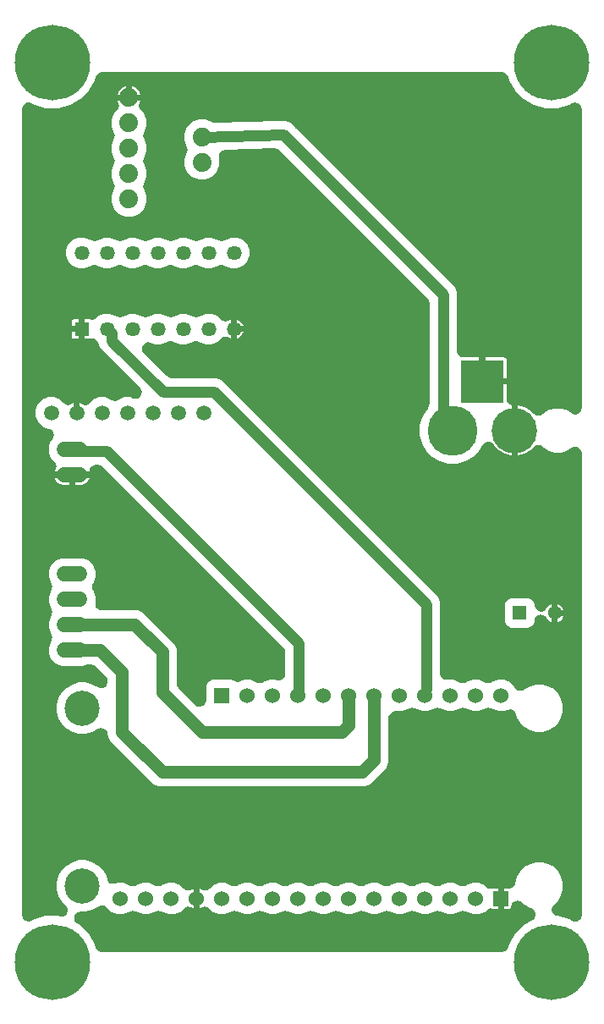
<source format=gbr>
G04 EAGLE Gerber RS-274X export*
G75*
%MOMM*%
%FSLAX34Y34*%
%LPD*%
%INBottom Copper*%
%IPPOS*%
%AMOC8*
5,1,8,0,0,1.08239X$1,22.5*%
G01*
G04 Define Apertures*
%ADD10R,1.358000X1.358000*%
%ADD11C,1.358000*%
%ADD12C,1.508000*%
%ADD13R,4.340000X4.340000*%
%ADD14C,5.000000*%
%ADD15C,4.540000*%
%ADD16C,7.550000*%
%ADD17R,1.458000X1.458000*%
%ADD18C,1.458000*%
%ADD19C,1.879600*%
%ADD20R,1.530000X1.530000*%
%ADD21C,3.516000*%
%ADD22C,1.530000*%
%ADD23C,1.524000*%
%ADD24C,1.100000*%
%ADD25C,1.270000*%
G36*
X902787Y60503D02*
X900311Y60000D01*
X499689Y60000D01*
X496603Y60801D01*
X494683Y62444D01*
X493556Y64707D01*
X492752Y67708D01*
X486712Y78170D01*
X478170Y86712D01*
X475168Y88445D01*
X474072Y89244D01*
X472578Y91282D01*
X471996Y93742D01*
X472420Y96233D01*
X473782Y98362D01*
X475866Y99791D01*
X478343Y100294D01*
X483665Y100294D01*
X490203Y102046D01*
X496789Y105848D01*
X496829Y105780D01*
X497432Y106194D01*
X499900Y106736D01*
X502385Y106273D01*
X504492Y104877D01*
X509443Y99926D01*
X515242Y97524D01*
X521518Y97524D01*
X528160Y100275D01*
X528510Y100515D01*
X530979Y101057D01*
X533463Y100594D01*
X533853Y100336D01*
X540642Y97524D01*
X546918Y97524D01*
X553560Y100275D01*
X553910Y100515D01*
X556379Y101057D01*
X558863Y100594D01*
X559253Y100336D01*
X566042Y97524D01*
X572318Y97524D01*
X578118Y99926D01*
X581598Y103407D01*
X583565Y104744D01*
X586038Y105266D01*
X588518Y104783D01*
X591532Y103535D01*
X591532Y123069D01*
X588518Y121821D01*
X586190Y121338D01*
X583705Y121802D01*
X581598Y123197D01*
X578118Y126678D01*
X572318Y129080D01*
X566042Y129080D01*
X559400Y126329D01*
X559050Y126089D01*
X556581Y125547D01*
X554097Y126010D01*
X553707Y126268D01*
X546918Y129080D01*
X540642Y129080D01*
X534000Y126329D01*
X533650Y126089D01*
X531181Y125547D01*
X528697Y126010D01*
X528307Y126268D01*
X521518Y129080D01*
X515242Y129080D01*
X513676Y128432D01*
X510568Y127984D01*
X508159Y128749D01*
X506239Y130393D01*
X505112Y132655D01*
X504236Y135925D01*
X500852Y141787D01*
X496065Y146574D01*
X490203Y149958D01*
X483665Y151710D01*
X476895Y151710D01*
X470357Y149958D01*
X464495Y146574D01*
X459709Y141787D01*
X456324Y135925D01*
X454572Y129387D01*
X454572Y122617D01*
X456324Y116079D01*
X459709Y110217D01*
X463881Y106044D01*
X464732Y104988D01*
X465649Y102633D01*
X465574Y100107D01*
X464520Y97810D01*
X462653Y96106D01*
X460270Y95265D01*
X457748Y95420D01*
X456040Y95878D01*
X443960Y95878D01*
X432292Y92752D01*
X429525Y91154D01*
X426552Y90307D01*
X424061Y90730D01*
X421932Y92092D01*
X420503Y94177D01*
X420000Y96653D01*
X420000Y903347D01*
X420752Y906345D01*
X422365Y908291D01*
X424609Y909453D01*
X427129Y909649D01*
X429525Y908846D01*
X432292Y907249D01*
X443960Y904122D01*
X456040Y904122D01*
X467708Y907249D01*
X478170Y913288D01*
X486712Y921830D01*
X492752Y932292D01*
X493556Y935294D01*
X495128Y938068D01*
X497213Y939497D01*
X499689Y940000D01*
X900311Y940000D01*
X903398Y939199D01*
X905317Y937556D01*
X906444Y935294D01*
X907249Y932292D01*
X913288Y921830D01*
X921830Y913288D01*
X932292Y907249D01*
X943960Y904122D01*
X956040Y904122D01*
X967708Y907249D01*
X970475Y908846D01*
X973448Y909693D01*
X975939Y909270D01*
X978068Y907908D01*
X979497Y905823D01*
X980000Y903347D01*
X980000Y604043D01*
X979609Y601849D01*
X978281Y599698D01*
X976220Y598236D01*
X973751Y597694D01*
X971267Y598157D01*
X970142Y598903D01*
X970132Y598886D01*
X964392Y602201D01*
X958796Y603700D01*
X953004Y603700D01*
X947408Y602201D01*
X942392Y599304D01*
X941181Y598094D01*
X939261Y596777D01*
X936792Y596235D01*
X934308Y596698D01*
X932201Y598094D01*
X928398Y601897D01*
X922642Y605220D01*
X916223Y606940D01*
X915948Y606940D01*
X915948Y556460D01*
X916223Y556460D01*
X922642Y558180D01*
X928398Y561503D01*
X932201Y565306D01*
X934121Y566623D01*
X936590Y567165D01*
X939074Y566702D01*
X941181Y565306D01*
X942392Y564096D01*
X947408Y561199D01*
X953004Y559700D01*
X958796Y559700D01*
X964392Y561199D01*
X970035Y564457D01*
X970988Y565122D01*
X973448Y565704D01*
X975939Y565280D01*
X978068Y563918D01*
X979497Y561834D01*
X980000Y559357D01*
X980000Y96653D01*
X979248Y93655D01*
X977635Y91709D01*
X975391Y90547D01*
X972871Y90351D01*
X970475Y91154D01*
X967708Y92752D01*
X955716Y95965D01*
X954009Y96269D01*
X951858Y97597D01*
X950396Y99658D01*
X949854Y102127D01*
X950317Y104611D01*
X951713Y106718D01*
X956445Y111450D01*
X959565Y116854D01*
X961180Y122882D01*
X961180Y129122D01*
X959565Y135150D01*
X956445Y140554D01*
X952032Y144967D01*
X946628Y148087D01*
X940600Y149702D01*
X934360Y149702D01*
X928332Y148087D01*
X922928Y144967D01*
X918515Y140554D01*
X915395Y135150D01*
X913564Y128315D01*
X913498Y128332D01*
X913353Y127553D01*
X911991Y125424D01*
X909907Y123995D01*
X907430Y123492D01*
X902428Y123492D01*
X902428Y103112D01*
X907535Y103112D01*
X908469Y103499D01*
X909183Y104213D01*
X909596Y105209D01*
X909961Y107259D01*
X911289Y109410D01*
X913350Y110872D01*
X915819Y111414D01*
X918303Y110951D01*
X920410Y109555D01*
X922928Y107037D01*
X928332Y103917D01*
X929438Y103621D01*
X931456Y102675D01*
X933190Y100836D01*
X934068Y98466D01*
X933953Y95942D01*
X932863Y93662D01*
X930969Y91988D01*
X921830Y86712D01*
X913288Y78170D01*
X907249Y67708D01*
X906444Y64707D01*
X904872Y61932D01*
X902787Y60503D01*
G37*
%LPC*%
G36*
X530015Y917681D02*
X538626Y917681D01*
X537088Y921395D01*
X533729Y924753D01*
X530015Y926292D01*
X530015Y917681D01*
G37*
G36*
X515308Y917681D02*
X523919Y917681D01*
X523919Y926292D01*
X520205Y924753D01*
X516847Y921395D01*
X515308Y917681D01*
G37*
G36*
X523481Y795507D02*
X530453Y795507D01*
X536895Y798175D01*
X541825Y803105D01*
X544493Y809547D01*
X544493Y816519D01*
X541683Y823303D01*
X541200Y825682D01*
X541683Y828163D01*
X544493Y834947D01*
X544493Y841919D01*
X541683Y848703D01*
X541200Y851082D01*
X541683Y853563D01*
X544493Y860347D01*
X544493Y867319D01*
X541683Y874103D01*
X541200Y876482D01*
X541683Y878963D01*
X544493Y885747D01*
X544493Y892719D01*
X541825Y899161D01*
X538924Y902061D01*
X537587Y904028D01*
X537065Y906501D01*
X537548Y908981D01*
X538626Y911585D01*
X515308Y911585D01*
X516386Y908981D01*
X516869Y906653D01*
X516406Y904168D01*
X515010Y902061D01*
X512109Y899161D01*
X509441Y892719D01*
X509441Y885747D01*
X512251Y878963D01*
X512734Y876584D01*
X512251Y874103D01*
X509441Y867319D01*
X509441Y860347D01*
X512251Y853563D01*
X512734Y851184D01*
X512251Y848703D01*
X509441Y841919D01*
X509441Y834947D01*
X512251Y828163D01*
X512734Y825784D01*
X512251Y823303D01*
X509441Y816519D01*
X509441Y809547D01*
X512109Y803105D01*
X517039Y798175D01*
X523481Y795507D01*
G37*
G36*
X846539Y548572D02*
X855261Y548572D01*
X863687Y550830D01*
X871241Y555191D01*
X877409Y561359D01*
X880955Y567501D01*
X883105Y569721D01*
X885475Y570600D01*
X888000Y570485D01*
X890279Y569394D01*
X891953Y567501D01*
X892703Y566202D01*
X897402Y561503D01*
X903158Y558180D01*
X909577Y556460D01*
X909852Y556460D01*
X909852Y607152D01*
X908701Y607367D01*
X906572Y608729D01*
X905143Y610813D01*
X904640Y613290D01*
X904640Y627652D01*
X877352Y627652D01*
X877352Y654940D01*
X861478Y654940D01*
X859189Y655367D01*
X857060Y656729D01*
X855631Y658813D01*
X855128Y661290D01*
X855128Y720211D01*
X853053Y725220D01*
X693515Y884758D01*
X693215Y885194D01*
X690842Y887434D01*
X690712Y887561D01*
X688854Y889419D01*
X686398Y890355D01*
X686229Y890422D01*
X683801Y891428D01*
X681174Y891353D01*
X680992Y891350D01*
X677729Y891350D01*
X677212Y891240D01*
X613409Y889417D01*
X610798Y889897D01*
X603486Y892926D01*
X596514Y892926D01*
X590072Y890258D01*
X585142Y885328D01*
X582474Y878886D01*
X582474Y871914D01*
X585284Y865130D01*
X585767Y862751D01*
X585284Y860270D01*
X582474Y853486D01*
X582474Y846514D01*
X585142Y840072D01*
X590072Y835142D01*
X596514Y832474D01*
X603486Y832474D01*
X609928Y835142D01*
X614858Y840072D01*
X617526Y846514D01*
X617526Y853486D01*
X617458Y853650D01*
X616986Y855697D01*
X617339Y858199D01*
X618639Y860366D01*
X620682Y861854D01*
X623143Y862428D01*
X673059Y863854D01*
X675624Y863392D01*
X677731Y861997D01*
X826012Y713715D01*
X827369Y711702D01*
X827872Y709225D01*
X827872Y608152D01*
X827408Y605769D01*
X826012Y603662D01*
X824391Y602041D01*
X820030Y594487D01*
X817772Y586061D01*
X817772Y577339D01*
X820030Y568913D01*
X824391Y561359D01*
X830559Y555191D01*
X838113Y550830D01*
X846539Y548572D01*
G37*
G36*
X476571Y743970D02*
X482705Y743970D01*
X488978Y746569D01*
X489768Y747110D01*
X492237Y747653D01*
X494721Y747189D01*
X495592Y746612D01*
X501971Y743970D01*
X508105Y743970D01*
X514378Y746569D01*
X515168Y747110D01*
X517637Y747653D01*
X520121Y747189D01*
X520992Y746612D01*
X527371Y743970D01*
X533505Y743970D01*
X539778Y746569D01*
X540568Y747110D01*
X543037Y747653D01*
X545521Y747189D01*
X546392Y746612D01*
X552771Y743970D01*
X558905Y743970D01*
X565178Y746569D01*
X565968Y747110D01*
X568437Y747653D01*
X570921Y747189D01*
X571792Y746612D01*
X578171Y743970D01*
X584305Y743970D01*
X590578Y746569D01*
X591368Y747110D01*
X593837Y747653D01*
X596321Y747189D01*
X597192Y746612D01*
X603571Y743970D01*
X609705Y743970D01*
X615978Y746569D01*
X616768Y747110D01*
X619237Y747653D01*
X621721Y747189D01*
X622592Y746612D01*
X628971Y743970D01*
X635105Y743970D01*
X640772Y746317D01*
X645109Y750654D01*
X647456Y756321D01*
X647456Y762455D01*
X645109Y768122D01*
X640772Y772459D01*
X635105Y774806D01*
X628971Y774806D01*
X622698Y772208D01*
X621908Y771666D01*
X619439Y771123D01*
X616955Y771587D01*
X616084Y772164D01*
X609705Y774806D01*
X603571Y774806D01*
X597298Y772208D01*
X596508Y771666D01*
X594039Y771123D01*
X591555Y771587D01*
X590684Y772164D01*
X584305Y774806D01*
X578171Y774806D01*
X571898Y772208D01*
X571108Y771666D01*
X568639Y771123D01*
X566155Y771587D01*
X565284Y772164D01*
X558905Y774806D01*
X552771Y774806D01*
X546498Y772208D01*
X545708Y771666D01*
X543239Y771123D01*
X540755Y771587D01*
X539884Y772164D01*
X533505Y774806D01*
X527371Y774806D01*
X521098Y772208D01*
X520308Y771666D01*
X517839Y771123D01*
X515355Y771587D01*
X514484Y772164D01*
X508105Y774806D01*
X501971Y774806D01*
X495698Y772208D01*
X494908Y771666D01*
X492439Y771123D01*
X489955Y771587D01*
X489084Y772164D01*
X482705Y774806D01*
X476571Y774806D01*
X470904Y772459D01*
X466567Y768122D01*
X464220Y762455D01*
X464220Y756321D01*
X466567Y750654D01*
X470904Y746317D01*
X476571Y743970D01*
G37*
G36*
X557120Y225522D02*
X762880Y225522D01*
X768201Y227726D01*
X784654Y244179D01*
X786858Y249500D01*
X786858Y294445D01*
X787267Y296687D01*
X788612Y298826D01*
X790685Y300272D01*
X793158Y300794D01*
X793519Y300724D01*
X800918Y300724D01*
X807560Y303475D01*
X807910Y303715D01*
X810379Y304257D01*
X812863Y303794D01*
X813253Y303536D01*
X820042Y300724D01*
X826318Y300724D01*
X832960Y303475D01*
X833310Y303715D01*
X835779Y304257D01*
X838263Y303794D01*
X838653Y303536D01*
X845442Y300724D01*
X851718Y300724D01*
X858360Y303475D01*
X858710Y303715D01*
X861179Y304257D01*
X863663Y303794D01*
X864053Y303536D01*
X870842Y300724D01*
X877118Y300724D01*
X883760Y303475D01*
X884110Y303715D01*
X886579Y304257D01*
X889063Y303794D01*
X889453Y303536D01*
X896242Y300724D01*
X902518Y300724D01*
X905955Y302148D01*
X909063Y302595D01*
X911472Y301830D01*
X913392Y300187D01*
X914519Y297924D01*
X915395Y294654D01*
X918515Y289250D01*
X922928Y284837D01*
X928332Y281717D01*
X934360Y280102D01*
X940600Y280102D01*
X946628Y281717D01*
X952032Y284837D01*
X956445Y289250D01*
X959565Y294654D01*
X961180Y300682D01*
X961180Y306922D01*
X959565Y312950D01*
X956445Y318354D01*
X952032Y322767D01*
X946628Y325887D01*
X940600Y327502D01*
X934360Y327502D01*
X928332Y325887D01*
X922204Y322349D01*
X922199Y322358D01*
X921364Y321781D01*
X918900Y321219D01*
X916412Y321662D01*
X914294Y323041D01*
X912881Y325137D01*
X912756Y325440D01*
X908318Y329878D01*
X902518Y332280D01*
X896242Y332280D01*
X889600Y329529D01*
X889250Y329289D01*
X886781Y328747D01*
X884297Y329210D01*
X883907Y329468D01*
X877118Y332280D01*
X870842Y332280D01*
X864200Y329529D01*
X863850Y329289D01*
X861381Y328747D01*
X858897Y329210D01*
X858507Y329468D01*
X851718Y332280D01*
X844478Y332280D01*
X842189Y332707D01*
X840060Y334069D01*
X838631Y336153D01*
X838128Y338630D01*
X838128Y410711D01*
X836053Y415720D01*
X619720Y632053D01*
X614711Y634128D01*
X569275Y634128D01*
X566892Y634592D01*
X564785Y635988D01*
X541598Y659175D01*
X540344Y660957D01*
X539743Y663412D01*
X540147Y665907D01*
X541492Y668046D01*
X543565Y669492D01*
X546038Y670015D01*
X548518Y669532D01*
X552771Y667770D01*
X558905Y667770D01*
X565178Y670369D01*
X565968Y670910D01*
X568437Y671453D01*
X570921Y670989D01*
X571792Y670412D01*
X578171Y667770D01*
X584305Y667770D01*
X590578Y670369D01*
X591368Y670910D01*
X593837Y671453D01*
X596321Y670989D01*
X597192Y670412D01*
X603571Y667770D01*
X609705Y667770D01*
X615372Y670117D01*
X618972Y673717D01*
X620939Y675054D01*
X623411Y675577D01*
X625892Y675094D01*
X628990Y673811D01*
X628990Y692565D01*
X625892Y691282D01*
X623563Y690800D01*
X621079Y691263D01*
X618972Y692659D01*
X615372Y696259D01*
X609705Y698606D01*
X603571Y698606D01*
X597298Y696008D01*
X596508Y695466D01*
X594039Y694923D01*
X591555Y695387D01*
X590684Y695964D01*
X584305Y698606D01*
X578171Y698606D01*
X571898Y696008D01*
X571108Y695466D01*
X568639Y694923D01*
X566155Y695387D01*
X565284Y695964D01*
X558905Y698606D01*
X552771Y698606D01*
X546498Y696008D01*
X545708Y695466D01*
X543239Y694923D01*
X540755Y695387D01*
X539884Y695964D01*
X533505Y698606D01*
X527371Y698606D01*
X521098Y696008D01*
X520308Y695466D01*
X517839Y694923D01*
X515355Y695387D01*
X514484Y695964D01*
X508105Y698606D01*
X501971Y698606D01*
X496304Y696259D01*
X494415Y694369D01*
X492448Y693032D01*
X489975Y692509D01*
X487494Y692993D01*
X487433Y693018D01*
X482686Y693018D01*
X482686Y673358D01*
X487433Y673358D01*
X487494Y673383D01*
X489823Y673866D01*
X492308Y673403D01*
X494415Y672007D01*
X494588Y671834D01*
X495964Y669774D01*
X498447Y663780D01*
X538054Y624173D01*
X539307Y622391D01*
X539909Y619936D01*
X539505Y617441D01*
X538160Y615302D01*
X536087Y613856D01*
X533614Y613333D01*
X531134Y613817D01*
X528455Y614926D01*
X522221Y614926D01*
X515692Y612222D01*
X515208Y611890D01*
X512739Y611347D01*
X510255Y611811D01*
X509718Y612166D01*
X503055Y614926D01*
X496821Y614926D01*
X491063Y612541D01*
X487546Y609024D01*
X485579Y607687D01*
X483106Y607164D01*
X480625Y607647D01*
X477586Y608906D01*
X477586Y596210D01*
X471490Y596210D01*
X471490Y608906D01*
X468451Y607647D01*
X466122Y607165D01*
X463637Y607628D01*
X461530Y609024D01*
X458013Y612541D01*
X452255Y614926D01*
X446021Y614926D01*
X440263Y612541D01*
X435855Y608134D01*
X433470Y602375D01*
X433470Y596142D01*
X435855Y590383D01*
X440263Y585976D01*
X446288Y583480D01*
X447863Y583199D01*
X450014Y581871D01*
X451476Y579810D01*
X452018Y577342D01*
X451555Y574857D01*
X450159Y572750D01*
X449029Y571621D01*
X446632Y565833D01*
X446632Y559568D01*
X449029Y553780D01*
X452520Y550289D01*
X453857Y548322D01*
X454380Y545849D01*
X453897Y543369D01*
X452645Y540348D01*
X487703Y540348D01*
X487602Y540820D01*
X488026Y543311D01*
X489387Y545440D01*
X491472Y546869D01*
X493949Y547372D01*
X496225Y547372D01*
X498608Y546908D01*
X500715Y545512D01*
X681512Y364715D01*
X682869Y362702D01*
X683372Y360225D01*
X683372Y337868D01*
X682963Y335626D01*
X681618Y333486D01*
X679545Y332041D01*
X677073Y331518D01*
X674592Y332001D01*
X673918Y332280D01*
X667642Y332280D01*
X661000Y329529D01*
X660650Y329289D01*
X658181Y328747D01*
X655697Y329210D01*
X655307Y329468D01*
X648518Y332280D01*
X642242Y332280D01*
X638174Y330595D01*
X635795Y330112D01*
X633314Y330595D01*
X629247Y332280D01*
X610713Y332280D01*
X607726Y331043D01*
X605439Y328756D01*
X604202Y325769D01*
X604202Y311603D01*
X603811Y309409D01*
X602483Y307259D01*
X600422Y305796D01*
X597953Y305254D01*
X595469Y305717D01*
X593362Y307113D01*
X576338Y324137D01*
X574981Y326151D01*
X574478Y328627D01*
X574478Y362880D01*
X572274Y368201D01*
X540901Y399574D01*
X535580Y401778D01*
X499645Y401778D01*
X497403Y402187D01*
X495263Y403532D01*
X493818Y405605D01*
X493295Y408078D01*
X493368Y408452D01*
X493368Y415833D01*
X490630Y422444D01*
X490364Y422830D01*
X489822Y425299D01*
X490285Y427783D01*
X490570Y428213D01*
X493368Y434968D01*
X493368Y441233D01*
X490971Y447021D01*
X486541Y451451D01*
X480753Y453848D01*
X459248Y453848D01*
X453460Y451451D01*
X449029Y447021D01*
X446632Y441233D01*
X446632Y434968D01*
X449370Y428356D01*
X449636Y427970D01*
X450178Y425501D01*
X449715Y423017D01*
X449430Y422587D01*
X446632Y415833D01*
X446632Y409568D01*
X449370Y402956D01*
X449636Y402570D01*
X450178Y400101D01*
X449715Y397617D01*
X449430Y397187D01*
X446632Y390433D01*
X446632Y384168D01*
X449370Y377556D01*
X449636Y377170D01*
X450178Y374701D01*
X449715Y372217D01*
X449430Y371787D01*
X446632Y365033D01*
X446632Y358768D01*
X449029Y352980D01*
X453460Y348549D01*
X459248Y346152D01*
X480753Y346152D01*
X482652Y346939D01*
X485082Y347422D01*
X489473Y347422D01*
X491856Y346958D01*
X493963Y345562D01*
X503662Y335863D01*
X505019Y333849D01*
X505522Y331373D01*
X505522Y329912D01*
X504770Y326914D01*
X503157Y324968D01*
X500913Y323805D01*
X498393Y323610D01*
X495997Y324413D01*
X490203Y327758D01*
X483665Y329510D01*
X476895Y329510D01*
X470357Y327758D01*
X464495Y324374D01*
X459709Y319587D01*
X456324Y313725D01*
X454572Y307187D01*
X454572Y300417D01*
X456324Y293879D01*
X459709Y288017D01*
X464495Y283231D01*
X470357Y279846D01*
X476895Y278094D01*
X483665Y278094D01*
X490203Y279846D01*
X495997Y283191D01*
X498970Y284039D01*
X501461Y283615D01*
X503590Y282253D01*
X505019Y280169D01*
X505522Y277692D01*
X505522Y277120D01*
X507726Y271799D01*
X551799Y227726D01*
X557120Y225522D01*
G37*
G36*
X469808Y686236D02*
X476590Y686236D01*
X476590Y693018D01*
X471843Y693018D01*
X470909Y692631D01*
X470195Y691917D01*
X469808Y690983D01*
X469808Y686236D01*
G37*
G36*
X635086Y686236D02*
X641415Y686236D01*
X640372Y688756D01*
X637606Y691522D01*
X635086Y692565D01*
X635086Y686236D01*
G37*
G36*
X635086Y680140D02*
X635086Y673811D01*
X637606Y674855D01*
X640372Y677620D01*
X641415Y680140D01*
X635086Y680140D01*
G37*
G36*
X471843Y673358D02*
X476590Y673358D01*
X476590Y680140D01*
X469808Y680140D01*
X469808Y675393D01*
X470195Y674459D01*
X470909Y673745D01*
X471843Y673358D01*
G37*
G36*
X883448Y633748D02*
X904640Y633748D01*
X904640Y652905D01*
X904253Y653839D01*
X903539Y654553D01*
X902605Y654940D01*
X883448Y654940D01*
X883448Y633748D01*
G37*
G36*
X460359Y527140D02*
X466952Y527140D01*
X466952Y534252D01*
X452645Y534252D01*
X453767Y531545D01*
X456625Y528687D01*
X460359Y527140D01*
G37*
G36*
X473048Y527140D02*
X479641Y527140D01*
X483375Y528687D01*
X486233Y531545D01*
X487355Y534252D01*
X473048Y534252D01*
X473048Y527140D01*
G37*
G36*
X909593Y384182D02*
X926407Y384182D01*
X929394Y385419D01*
X931681Y387706D01*
X932918Y390693D01*
X932918Y391278D01*
X933292Y393425D01*
X934603Y395586D01*
X936652Y397064D01*
X939116Y397626D01*
X941604Y397183D01*
X943722Y395804D01*
X945005Y393900D01*
X947715Y391190D01*
X949952Y390264D01*
X949952Y407936D01*
X947715Y407010D01*
X945026Y404321D01*
X943968Y402652D01*
X941930Y401157D01*
X939470Y400575D01*
X936979Y400999D01*
X934850Y402361D01*
X933421Y404445D01*
X932918Y406922D01*
X932918Y407507D01*
X931681Y410494D01*
X929394Y412781D01*
X926407Y414018D01*
X909593Y414018D01*
X906606Y412781D01*
X904319Y410494D01*
X903082Y407507D01*
X903082Y390693D01*
X904319Y387706D01*
X906606Y385419D01*
X909593Y384182D01*
G37*
G36*
X956048Y402148D02*
X961836Y402148D01*
X960910Y404385D01*
X958285Y407010D01*
X956048Y407936D01*
X956048Y402148D01*
G37*
G36*
X956048Y396052D02*
X956048Y390264D01*
X958285Y391190D01*
X960910Y393815D01*
X961836Y396052D01*
X956048Y396052D01*
G37*
G36*
X616842Y97524D02*
X623118Y97524D01*
X629760Y100275D01*
X630110Y100515D01*
X632579Y101057D01*
X635063Y100594D01*
X635453Y100336D01*
X642242Y97524D01*
X648518Y97524D01*
X655160Y100275D01*
X655510Y100515D01*
X657979Y101057D01*
X660463Y100594D01*
X660853Y100336D01*
X667642Y97524D01*
X673918Y97524D01*
X680560Y100275D01*
X680910Y100515D01*
X683379Y101057D01*
X685863Y100594D01*
X686253Y100336D01*
X693042Y97524D01*
X699318Y97524D01*
X705960Y100275D01*
X706310Y100515D01*
X708779Y101057D01*
X711263Y100594D01*
X711653Y100336D01*
X718442Y97524D01*
X724718Y97524D01*
X731360Y100275D01*
X731710Y100515D01*
X734179Y101057D01*
X736663Y100594D01*
X737053Y100336D01*
X743842Y97524D01*
X750118Y97524D01*
X756760Y100275D01*
X757110Y100515D01*
X759579Y101057D01*
X762063Y100594D01*
X762453Y100336D01*
X769242Y97524D01*
X775518Y97524D01*
X782160Y100275D01*
X782510Y100515D01*
X784979Y101057D01*
X787463Y100594D01*
X787853Y100336D01*
X794642Y97524D01*
X800918Y97524D01*
X807560Y100275D01*
X807910Y100515D01*
X810379Y101057D01*
X812863Y100594D01*
X813253Y100336D01*
X820042Y97524D01*
X826318Y97524D01*
X832960Y100275D01*
X833310Y100515D01*
X835779Y101057D01*
X838263Y100594D01*
X838653Y100336D01*
X845442Y97524D01*
X851718Y97524D01*
X858360Y100275D01*
X858710Y100515D01*
X861179Y101057D01*
X863663Y100594D01*
X864053Y100336D01*
X870842Y97524D01*
X877118Y97524D01*
X882918Y99926D01*
X884603Y101612D01*
X886570Y102949D01*
X889043Y103471D01*
X890888Y103112D01*
X896332Y103112D01*
X896332Y123492D01*
X890926Y123492D01*
X889195Y123133D01*
X886710Y123597D01*
X884603Y124992D01*
X882918Y126678D01*
X877118Y129080D01*
X870842Y129080D01*
X864200Y126329D01*
X863850Y126089D01*
X861381Y125547D01*
X858897Y126010D01*
X858507Y126268D01*
X851718Y129080D01*
X845442Y129080D01*
X838800Y126329D01*
X838450Y126089D01*
X835981Y125547D01*
X833497Y126010D01*
X833107Y126268D01*
X826318Y129080D01*
X820042Y129080D01*
X813400Y126329D01*
X813050Y126089D01*
X810581Y125547D01*
X808097Y126010D01*
X807707Y126268D01*
X800918Y129080D01*
X794642Y129080D01*
X788000Y126329D01*
X787650Y126089D01*
X785181Y125547D01*
X782697Y126010D01*
X782307Y126268D01*
X775518Y129080D01*
X769242Y129080D01*
X762600Y126329D01*
X762250Y126089D01*
X759781Y125547D01*
X757297Y126010D01*
X756907Y126268D01*
X750118Y129080D01*
X743842Y129080D01*
X737200Y126329D01*
X736850Y126089D01*
X734381Y125547D01*
X731897Y126010D01*
X731507Y126268D01*
X724718Y129080D01*
X718442Y129080D01*
X711800Y126329D01*
X711450Y126089D01*
X708981Y125547D01*
X706497Y126010D01*
X706107Y126268D01*
X699318Y129080D01*
X693042Y129080D01*
X686400Y126329D01*
X686050Y126089D01*
X683581Y125547D01*
X681097Y126010D01*
X680707Y126268D01*
X673918Y129080D01*
X667642Y129080D01*
X661000Y126329D01*
X660650Y126089D01*
X658181Y125547D01*
X655697Y126010D01*
X655307Y126268D01*
X648518Y129080D01*
X642242Y129080D01*
X635600Y126329D01*
X635250Y126089D01*
X632781Y125547D01*
X630297Y126010D01*
X629907Y126268D01*
X623118Y129080D01*
X616842Y129080D01*
X611043Y126678D01*
X607562Y123197D01*
X605595Y121860D01*
X603122Y121338D01*
X600642Y121821D01*
X597628Y123069D01*
X597628Y103535D01*
X600642Y104783D01*
X602970Y105266D01*
X605455Y104802D01*
X607562Y103407D01*
X611043Y99926D01*
X616842Y97524D01*
G37*
%LPD*%
D10*
X918000Y399100D03*
D11*
X953000Y399100D03*
D12*
X449138Y599258D03*
X474538Y599258D03*
X499938Y599258D03*
X525338Y599258D03*
X550738Y599258D03*
X576138Y599258D03*
X601538Y599258D03*
D13*
X880400Y630700D03*
D14*
X850900Y581700D03*
D15*
X912900Y581700D03*
D16*
X450000Y50000D03*
X450000Y950000D03*
X950000Y50000D03*
X950000Y950000D03*
D17*
X479638Y683188D03*
D18*
X505038Y683188D03*
X530438Y683188D03*
X555838Y683188D03*
X581238Y683188D03*
X606638Y683188D03*
X632038Y683188D03*
X632038Y759388D03*
X606638Y759388D03*
X581238Y759388D03*
X555838Y759388D03*
X530438Y759388D03*
X505038Y759388D03*
X479638Y759388D03*
D19*
X600000Y850000D03*
X600000Y875400D03*
D20*
X899380Y113302D03*
X619980Y316502D03*
D21*
X480280Y303802D03*
X480280Y126002D03*
D22*
X645380Y316502D03*
X670780Y316502D03*
X696180Y316502D03*
X721580Y316502D03*
X746980Y316502D03*
X772380Y316502D03*
X797780Y316502D03*
X823180Y316502D03*
X848580Y316502D03*
X873980Y316502D03*
X899380Y316502D03*
X873980Y113302D03*
X848580Y113302D03*
X823180Y113302D03*
X797780Y113302D03*
X772380Y113302D03*
X746980Y113302D03*
X721580Y113302D03*
X696180Y113302D03*
X670780Y113302D03*
X645380Y113302D03*
X619980Y113302D03*
X594580Y113302D03*
X569180Y113302D03*
X543780Y113302D03*
X518380Y113302D03*
D23*
X477620Y361900D02*
X462380Y361900D01*
X462380Y387300D02*
X477620Y387300D01*
X477620Y412700D02*
X462380Y412700D01*
X462380Y438100D02*
X477620Y438100D01*
X477620Y537300D02*
X462380Y537300D01*
X462380Y562700D02*
X477620Y562700D01*
D19*
X526967Y813033D03*
X526967Y838433D03*
X526967Y863833D03*
X526967Y889233D03*
X526967Y914633D03*
D24*
X510000Y680000D02*
X510000Y671500D01*
X561000Y620500D01*
X612000Y620500D01*
X824500Y408000D01*
X824500Y323000D01*
X510000Y680000D02*
X505038Y683188D01*
X824500Y323000D02*
X823180Y316502D01*
X841500Y717500D02*
X681278Y877722D01*
X841500Y717500D02*
X841500Y595000D01*
X850000Y586500D01*
X681278Y877722D02*
X600000Y875400D01*
X850000Y586500D02*
X850900Y581700D01*
X504500Y561000D02*
X476000Y561000D01*
X504500Y561000D02*
X697000Y368500D01*
X697000Y323000D01*
X476000Y561000D02*
X470000Y562700D01*
X697000Y323000D02*
X696180Y316502D01*
D25*
X532700Y387300D02*
X470000Y387300D01*
X532700Y387300D02*
X560000Y360000D01*
X560000Y320000D01*
X600000Y280000D01*
X740000Y280000D01*
X746980Y286980D01*
X746980Y316502D01*
X772380Y316502D02*
X772380Y252380D01*
X760000Y240000D01*
X560000Y240000D01*
X520000Y280000D01*
X520000Y340000D01*
X498100Y361900D01*
X470000Y361900D01*
M02*

</source>
